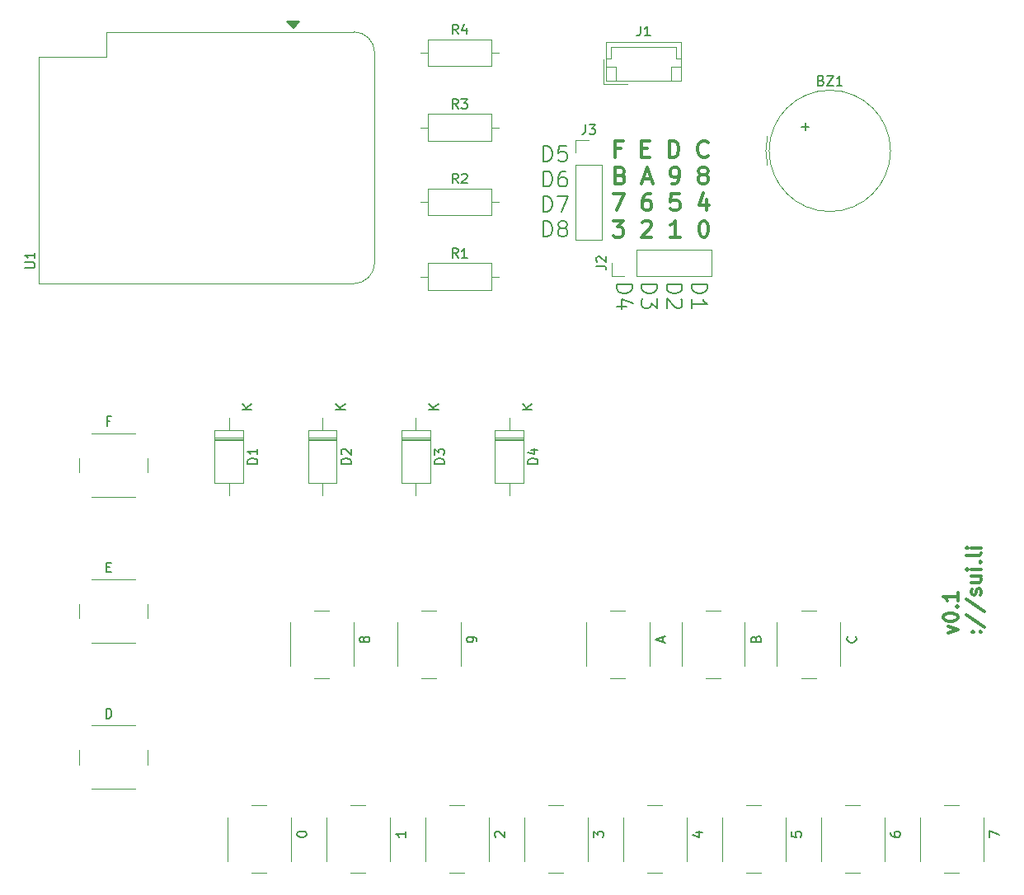
<source format=gbr>
%TF.GenerationSoftware,KiCad,Pcbnew,(6.0.2)*%
%TF.CreationDate,2023-04-06T18:34:50+02:00*%
%TF.ProjectId,piano,7069616e-6f2e-46b6-9963-61645f706362,rev?*%
%TF.SameCoordinates,Original*%
%TF.FileFunction,Legend,Top*%
%TF.FilePolarity,Positive*%
%FSLAX46Y46*%
G04 Gerber Fmt 4.6, Leading zero omitted, Abs format (unit mm)*
G04 Created by KiCad (PCBNEW (6.0.2)) date 2023-04-06 18:34:50*
%MOMM*%
%LPD*%
G01*
G04 APERTURE LIST*
%ADD10C,0.150000*%
%ADD11C,0.300000*%
%ADD12C,0.120000*%
G04 APERTURE END LIST*
D10*
X181445047Y-47151809D02*
X181445047Y-45551809D01*
X181826000Y-45551809D01*
X182054571Y-45628000D01*
X182206952Y-45780380D01*
X182283142Y-45932761D01*
X182359333Y-46237523D01*
X182359333Y-46466095D01*
X182283142Y-46770857D01*
X182206952Y-46923238D01*
X182054571Y-47075619D01*
X181826000Y-47151809D01*
X181445047Y-47151809D01*
X183806952Y-45551809D02*
X183045047Y-45551809D01*
X182968857Y-46313714D01*
X183045047Y-46237523D01*
X183197428Y-46161333D01*
X183578380Y-46161333D01*
X183730761Y-46237523D01*
X183806952Y-46313714D01*
X183883142Y-46466095D01*
X183883142Y-46847047D01*
X183806952Y-46999428D01*
X183730761Y-47075619D01*
X183578380Y-47151809D01*
X183197428Y-47151809D01*
X183045047Y-47075619D01*
X182968857Y-46999428D01*
X181445047Y-49727809D02*
X181445047Y-48127809D01*
X181826000Y-48127809D01*
X182054571Y-48204000D01*
X182206952Y-48356380D01*
X182283142Y-48508761D01*
X182359333Y-48813523D01*
X182359333Y-49042095D01*
X182283142Y-49346857D01*
X182206952Y-49499238D01*
X182054571Y-49651619D01*
X181826000Y-49727809D01*
X181445047Y-49727809D01*
X183730761Y-48127809D02*
X183426000Y-48127809D01*
X183273619Y-48204000D01*
X183197428Y-48280190D01*
X183045047Y-48508761D01*
X182968857Y-48813523D01*
X182968857Y-49423047D01*
X183045047Y-49575428D01*
X183121238Y-49651619D01*
X183273619Y-49727809D01*
X183578380Y-49727809D01*
X183730761Y-49651619D01*
X183806952Y-49575428D01*
X183883142Y-49423047D01*
X183883142Y-49042095D01*
X183806952Y-48889714D01*
X183730761Y-48813523D01*
X183578380Y-48737333D01*
X183273619Y-48737333D01*
X183121238Y-48813523D01*
X183045047Y-48889714D01*
X182968857Y-49042095D01*
X181445047Y-52303809D02*
X181445047Y-50703809D01*
X181826000Y-50703809D01*
X182054571Y-50780000D01*
X182206952Y-50932380D01*
X182283142Y-51084761D01*
X182359333Y-51389523D01*
X182359333Y-51618095D01*
X182283142Y-51922857D01*
X182206952Y-52075238D01*
X182054571Y-52227619D01*
X181826000Y-52303809D01*
X181445047Y-52303809D01*
X182892666Y-50703809D02*
X183959333Y-50703809D01*
X183273619Y-52303809D01*
X181445047Y-54879809D02*
X181445047Y-53279809D01*
X181826000Y-53279809D01*
X182054571Y-53356000D01*
X182206952Y-53508380D01*
X182283142Y-53660761D01*
X182359333Y-53965523D01*
X182359333Y-54194095D01*
X182283142Y-54498857D01*
X182206952Y-54651238D01*
X182054571Y-54803619D01*
X181826000Y-54879809D01*
X181445047Y-54879809D01*
X183273619Y-53965523D02*
X183121238Y-53889333D01*
X183045047Y-53813142D01*
X182968857Y-53660761D01*
X182968857Y-53584571D01*
X183045047Y-53432190D01*
X183121238Y-53356000D01*
X183273619Y-53279809D01*
X183578380Y-53279809D01*
X183730761Y-53356000D01*
X183806952Y-53432190D01*
X183883142Y-53584571D01*
X183883142Y-53660761D01*
X183806952Y-53813142D01*
X183730761Y-53889333D01*
X183578380Y-53965523D01*
X183273619Y-53965523D01*
X183121238Y-54041714D01*
X183045047Y-54117904D01*
X182968857Y-54270285D01*
X182968857Y-54575047D01*
X183045047Y-54727428D01*
X183121238Y-54803619D01*
X183273619Y-54879809D01*
X183578380Y-54879809D01*
X183730761Y-54803619D01*
X183806952Y-54727428D01*
X183883142Y-54575047D01*
X183883142Y-54270285D01*
X183806952Y-54117904D01*
X183730761Y-54041714D01*
X183578380Y-53965523D01*
X196688190Y-59779047D02*
X198288190Y-59779047D01*
X198288190Y-60160000D01*
X198212000Y-60388571D01*
X198059619Y-60540952D01*
X197907238Y-60617142D01*
X197602476Y-60693333D01*
X197373904Y-60693333D01*
X197069142Y-60617142D01*
X196916761Y-60540952D01*
X196764380Y-60388571D01*
X196688190Y-60160000D01*
X196688190Y-59779047D01*
X196688190Y-62217142D02*
X196688190Y-61302857D01*
X196688190Y-61760000D02*
X198288190Y-61760000D01*
X198059619Y-61607619D01*
X197907238Y-61455238D01*
X197831047Y-61302857D01*
X194112190Y-59779047D02*
X195712190Y-59779047D01*
X195712190Y-60160000D01*
X195636000Y-60388571D01*
X195483619Y-60540952D01*
X195331238Y-60617142D01*
X195026476Y-60693333D01*
X194797904Y-60693333D01*
X194493142Y-60617142D01*
X194340761Y-60540952D01*
X194188380Y-60388571D01*
X194112190Y-60160000D01*
X194112190Y-59779047D01*
X195559809Y-61302857D02*
X195636000Y-61379047D01*
X195712190Y-61531428D01*
X195712190Y-61912380D01*
X195636000Y-62064761D01*
X195559809Y-62140952D01*
X195407428Y-62217142D01*
X195255047Y-62217142D01*
X195026476Y-62140952D01*
X194112190Y-61226666D01*
X194112190Y-62217142D01*
X191536190Y-59779047D02*
X193136190Y-59779047D01*
X193136190Y-60160000D01*
X193060000Y-60388571D01*
X192907619Y-60540952D01*
X192755238Y-60617142D01*
X192450476Y-60693333D01*
X192221904Y-60693333D01*
X191917142Y-60617142D01*
X191764761Y-60540952D01*
X191612380Y-60388571D01*
X191536190Y-60160000D01*
X191536190Y-59779047D01*
X193136190Y-61226666D02*
X193136190Y-62217142D01*
X192526666Y-61683809D01*
X192526666Y-61912380D01*
X192450476Y-62064761D01*
X192374285Y-62140952D01*
X192221904Y-62217142D01*
X191840952Y-62217142D01*
X191688571Y-62140952D01*
X191612380Y-62064761D01*
X191536190Y-61912380D01*
X191536190Y-61455238D01*
X191612380Y-61302857D01*
X191688571Y-61226666D01*
X188960190Y-59779047D02*
X190560190Y-59779047D01*
X190560190Y-60160000D01*
X190484000Y-60388571D01*
X190331619Y-60540952D01*
X190179238Y-60617142D01*
X189874476Y-60693333D01*
X189645904Y-60693333D01*
X189341142Y-60617142D01*
X189188761Y-60540952D01*
X189036380Y-60388571D01*
X188960190Y-60160000D01*
X188960190Y-59779047D01*
X190026857Y-62064761D02*
X188960190Y-62064761D01*
X190636380Y-61683809D02*
X189493523Y-61302857D01*
X189493523Y-62293333D01*
D11*
X189378952Y-45811071D02*
X188812285Y-45811071D01*
X188812285Y-46701547D02*
X188812285Y-45001547D01*
X189621809Y-45001547D01*
X191564666Y-45811071D02*
X192131333Y-45811071D01*
X192374190Y-46701547D02*
X191564666Y-46701547D01*
X191564666Y-45001547D01*
X192374190Y-45001547D01*
X194398000Y-46701547D02*
X194398000Y-45001547D01*
X194802761Y-45001547D01*
X195045619Y-45082500D01*
X195207523Y-45244404D01*
X195288476Y-45406309D01*
X195369428Y-45730119D01*
X195369428Y-45972976D01*
X195288476Y-46296785D01*
X195207523Y-46458690D01*
X195045619Y-46620595D01*
X194802761Y-46701547D01*
X194398000Y-46701547D01*
X198364666Y-46539642D02*
X198283714Y-46620595D01*
X198040857Y-46701547D01*
X197878952Y-46701547D01*
X197636095Y-46620595D01*
X197474190Y-46458690D01*
X197393238Y-46296785D01*
X197312285Y-45972976D01*
X197312285Y-45730119D01*
X197393238Y-45406309D01*
X197474190Y-45244404D01*
X197636095Y-45082500D01*
X197878952Y-45001547D01*
X198040857Y-45001547D01*
X198283714Y-45082500D01*
X198364666Y-45163452D01*
X189378952Y-48548071D02*
X189621809Y-48629023D01*
X189702761Y-48709976D01*
X189783714Y-48871880D01*
X189783714Y-49114738D01*
X189702761Y-49276642D01*
X189621809Y-49357595D01*
X189459904Y-49438547D01*
X188812285Y-49438547D01*
X188812285Y-47738547D01*
X189378952Y-47738547D01*
X189540857Y-47819500D01*
X189621809Y-47900452D01*
X189702761Y-48062357D01*
X189702761Y-48224261D01*
X189621809Y-48386166D01*
X189540857Y-48467119D01*
X189378952Y-48548071D01*
X188812285Y-48548071D01*
X191726571Y-48952833D02*
X192536095Y-48952833D01*
X191564666Y-49438547D02*
X192131333Y-47738547D01*
X192698000Y-49438547D01*
X194640857Y-49438547D02*
X194964666Y-49438547D01*
X195126571Y-49357595D01*
X195207523Y-49276642D01*
X195369428Y-49033785D01*
X195450380Y-48709976D01*
X195450380Y-48062357D01*
X195369428Y-47900452D01*
X195288476Y-47819500D01*
X195126571Y-47738547D01*
X194802761Y-47738547D01*
X194640857Y-47819500D01*
X194559904Y-47900452D01*
X194478952Y-48062357D01*
X194478952Y-48467119D01*
X194559904Y-48629023D01*
X194640857Y-48709976D01*
X194802761Y-48790928D01*
X195126571Y-48790928D01*
X195288476Y-48709976D01*
X195369428Y-48629023D01*
X195450380Y-48467119D01*
X197717047Y-48467119D02*
X197555142Y-48386166D01*
X197474190Y-48305214D01*
X197393238Y-48143309D01*
X197393238Y-48062357D01*
X197474190Y-47900452D01*
X197555142Y-47819500D01*
X197717047Y-47738547D01*
X198040857Y-47738547D01*
X198202761Y-47819500D01*
X198283714Y-47900452D01*
X198364666Y-48062357D01*
X198364666Y-48143309D01*
X198283714Y-48305214D01*
X198202761Y-48386166D01*
X198040857Y-48467119D01*
X197717047Y-48467119D01*
X197555142Y-48548071D01*
X197474190Y-48629023D01*
X197393238Y-48790928D01*
X197393238Y-49114738D01*
X197474190Y-49276642D01*
X197555142Y-49357595D01*
X197717047Y-49438547D01*
X198040857Y-49438547D01*
X198202761Y-49357595D01*
X198283714Y-49276642D01*
X198364666Y-49114738D01*
X198364666Y-48790928D01*
X198283714Y-48629023D01*
X198202761Y-48548071D01*
X198040857Y-48467119D01*
X188609904Y-50475547D02*
X189743238Y-50475547D01*
X189014666Y-52175547D01*
X192414666Y-50475547D02*
X192090857Y-50475547D01*
X191928952Y-50556500D01*
X191848000Y-50637452D01*
X191686095Y-50880309D01*
X191605142Y-51204119D01*
X191605142Y-51851738D01*
X191686095Y-52013642D01*
X191767047Y-52094595D01*
X191928952Y-52175547D01*
X192252761Y-52175547D01*
X192414666Y-52094595D01*
X192495619Y-52013642D01*
X192576571Y-51851738D01*
X192576571Y-51446976D01*
X192495619Y-51285071D01*
X192414666Y-51204119D01*
X192252761Y-51123166D01*
X191928952Y-51123166D01*
X191767047Y-51204119D01*
X191686095Y-51285071D01*
X191605142Y-51446976D01*
X195409904Y-50475547D02*
X194600380Y-50475547D01*
X194519428Y-51285071D01*
X194600380Y-51204119D01*
X194762285Y-51123166D01*
X195167047Y-51123166D01*
X195328952Y-51204119D01*
X195409904Y-51285071D01*
X195490857Y-51446976D01*
X195490857Y-51851738D01*
X195409904Y-52013642D01*
X195328952Y-52094595D01*
X195167047Y-52175547D01*
X194762285Y-52175547D01*
X194600380Y-52094595D01*
X194519428Y-52013642D01*
X198243238Y-51042214D02*
X198243238Y-52175547D01*
X197838476Y-50394595D02*
X197433714Y-51608880D01*
X198486095Y-51608880D01*
X188609904Y-53212547D02*
X189662285Y-53212547D01*
X189095619Y-53860166D01*
X189338476Y-53860166D01*
X189500380Y-53941119D01*
X189581333Y-54022071D01*
X189662285Y-54183976D01*
X189662285Y-54588738D01*
X189581333Y-54750642D01*
X189500380Y-54831595D01*
X189338476Y-54912547D01*
X188852761Y-54912547D01*
X188690857Y-54831595D01*
X188609904Y-54750642D01*
X191605142Y-53374452D02*
X191686095Y-53293500D01*
X191848000Y-53212547D01*
X192252761Y-53212547D01*
X192414666Y-53293500D01*
X192495619Y-53374452D01*
X192576571Y-53536357D01*
X192576571Y-53698261D01*
X192495619Y-53941119D01*
X191524190Y-54912547D01*
X192576571Y-54912547D01*
X195490857Y-54912547D02*
X194519428Y-54912547D01*
X195005142Y-54912547D02*
X195005142Y-53212547D01*
X194843238Y-53455404D01*
X194681333Y-53617309D01*
X194519428Y-53698261D01*
X197838476Y-53212547D02*
X198000380Y-53212547D01*
X198162285Y-53293500D01*
X198243238Y-53374452D01*
X198324190Y-53536357D01*
X198405142Y-53860166D01*
X198405142Y-54264928D01*
X198324190Y-54588738D01*
X198243238Y-54750642D01*
X198162285Y-54831595D01*
X198000380Y-54912547D01*
X197838476Y-54912547D01*
X197676571Y-54831595D01*
X197595619Y-54750642D01*
X197514666Y-54588738D01*
X197433714Y-54264928D01*
X197433714Y-53860166D01*
X197514666Y-53536357D01*
X197595619Y-53374452D01*
X197676571Y-53293500D01*
X197838476Y-53212547D01*
X223007071Y-95602714D02*
X224007071Y-95245571D01*
X223007071Y-94888428D01*
X222507071Y-94031285D02*
X222507071Y-93888428D01*
X222578500Y-93745571D01*
X222649928Y-93674142D01*
X222792785Y-93602714D01*
X223078500Y-93531285D01*
X223435642Y-93531285D01*
X223721357Y-93602714D01*
X223864214Y-93674142D01*
X223935642Y-93745571D01*
X224007071Y-93888428D01*
X224007071Y-94031285D01*
X223935642Y-94174142D01*
X223864214Y-94245571D01*
X223721357Y-94317000D01*
X223435642Y-94388428D01*
X223078500Y-94388428D01*
X222792785Y-94317000D01*
X222649928Y-94245571D01*
X222578500Y-94174142D01*
X222507071Y-94031285D01*
X223864214Y-92888428D02*
X223935642Y-92817000D01*
X224007071Y-92888428D01*
X223935642Y-92959857D01*
X223864214Y-92888428D01*
X224007071Y-92888428D01*
X224007071Y-91388428D02*
X224007071Y-92245571D01*
X224007071Y-91817000D02*
X222507071Y-91817000D01*
X222721357Y-91959857D01*
X222864214Y-92102714D01*
X222935642Y-92245571D01*
X226279214Y-95459857D02*
X226350642Y-95388428D01*
X226422071Y-95459857D01*
X226350642Y-95531285D01*
X226279214Y-95459857D01*
X226422071Y-95459857D01*
X225493500Y-95459857D02*
X225564928Y-95388428D01*
X225636357Y-95459857D01*
X225564928Y-95531285D01*
X225493500Y-95459857D01*
X225636357Y-95459857D01*
X224850642Y-93674142D02*
X226779214Y-94959857D01*
X224850642Y-92102714D02*
X226779214Y-93388428D01*
X226350642Y-91674142D02*
X226422071Y-91531285D01*
X226422071Y-91245571D01*
X226350642Y-91102714D01*
X226207785Y-91031285D01*
X226136357Y-91031285D01*
X225993500Y-91102714D01*
X225922071Y-91245571D01*
X225922071Y-91459857D01*
X225850642Y-91602714D01*
X225707785Y-91674142D01*
X225636357Y-91674142D01*
X225493500Y-91602714D01*
X225422071Y-91459857D01*
X225422071Y-91245571D01*
X225493500Y-91102714D01*
X225422071Y-89745571D02*
X226422071Y-89745571D01*
X225422071Y-90388428D02*
X226207785Y-90388428D01*
X226350642Y-90317000D01*
X226422071Y-90174142D01*
X226422071Y-89959857D01*
X226350642Y-89817000D01*
X226279214Y-89745571D01*
X226422071Y-89031285D02*
X225422071Y-89031285D01*
X224922071Y-89031285D02*
X224993500Y-89102714D01*
X225064928Y-89031285D01*
X224993500Y-88959857D01*
X224922071Y-89031285D01*
X225064928Y-89031285D01*
X226279214Y-88317000D02*
X226350642Y-88245571D01*
X226422071Y-88317000D01*
X226350642Y-88388428D01*
X226279214Y-88317000D01*
X226422071Y-88317000D01*
X226422071Y-87388428D02*
X226350642Y-87531285D01*
X226207785Y-87602714D01*
X224922071Y-87602714D01*
X226422071Y-86817000D02*
X225422071Y-86817000D01*
X224922071Y-86817000D02*
X224993500Y-86888428D01*
X225064928Y-86817000D01*
X224993500Y-86745571D01*
X224922071Y-86817000D01*
X225064928Y-86817000D01*
D10*
%TO.C,D1*%
X152085712Y-78198095D02*
X151085712Y-78198095D01*
X151085712Y-77960000D01*
X151133332Y-77817142D01*
X151228570Y-77721904D01*
X151323808Y-77674285D01*
X151514284Y-77626666D01*
X151657141Y-77626666D01*
X151847617Y-77674285D01*
X151942855Y-77721904D01*
X152038093Y-77817142D01*
X152085712Y-77960000D01*
X152085712Y-78198095D01*
X152085712Y-76674285D02*
X152085712Y-77245714D01*
X152085712Y-76960000D02*
X151085712Y-76960000D01*
X151228570Y-77055238D01*
X151323808Y-77150476D01*
X151371427Y-77245714D01*
X151515712Y-72641904D02*
X150515712Y-72641904D01*
X151515712Y-72070476D02*
X150944284Y-72499047D01*
X150515712Y-72070476D02*
X151087141Y-72641904D01*
%TO.C,R1*%
X172686432Y-57052380D02*
X172353099Y-56576190D01*
X172115003Y-57052380D02*
X172115003Y-56052380D01*
X172495956Y-56052380D01*
X172591194Y-56100000D01*
X172638813Y-56147619D01*
X172686432Y-56242857D01*
X172686432Y-56385714D01*
X172638813Y-56480952D01*
X172591194Y-56528571D01*
X172495956Y-56576190D01*
X172115003Y-56576190D01*
X173638813Y-57052380D02*
X173067384Y-57052380D01*
X173353099Y-57052380D02*
X173353099Y-56052380D01*
X173257860Y-56195238D01*
X173162622Y-56290476D01*
X173067384Y-56338095D01*
%TO.C,SW9*%
X163020952Y-96345238D02*
X162973333Y-96440476D01*
X162925714Y-96488095D01*
X162830476Y-96535714D01*
X162782857Y-96535714D01*
X162687619Y-96488095D01*
X162640000Y-96440476D01*
X162592380Y-96345238D01*
X162592380Y-96154761D01*
X162640000Y-96059523D01*
X162687619Y-96011904D01*
X162782857Y-95964285D01*
X162830476Y-95964285D01*
X162925714Y-96011904D01*
X162973333Y-96059523D01*
X163020952Y-96154761D01*
X163020952Y-96345238D01*
X163068571Y-96440476D01*
X163116190Y-96488095D01*
X163211428Y-96535714D01*
X163401904Y-96535714D01*
X163497142Y-96488095D01*
X163544761Y-96440476D01*
X163592380Y-96345238D01*
X163592380Y-96154761D01*
X163544761Y-96059523D01*
X163497142Y-96011904D01*
X163401904Y-95964285D01*
X163211428Y-95964285D01*
X163116190Y-96011904D01*
X163068571Y-96059523D01*
X163020952Y-96154761D01*
%TO.C,D2*%
X161681268Y-78198095D02*
X160681268Y-78198095D01*
X160681268Y-77960000D01*
X160728888Y-77817142D01*
X160824126Y-77721904D01*
X160919364Y-77674285D01*
X161109840Y-77626666D01*
X161252697Y-77626666D01*
X161443173Y-77674285D01*
X161538411Y-77721904D01*
X161633649Y-77817142D01*
X161681268Y-77960000D01*
X161681268Y-78198095D01*
X160776507Y-77245714D02*
X160728888Y-77198095D01*
X160681268Y-77102857D01*
X160681268Y-76864761D01*
X160728888Y-76769523D01*
X160776507Y-76721904D01*
X160871745Y-76674285D01*
X160966983Y-76674285D01*
X161109840Y-76721904D01*
X161681268Y-77293333D01*
X161681268Y-76674285D01*
X161111268Y-72641904D02*
X160111268Y-72641904D01*
X161111268Y-72070476D02*
X160539840Y-72499047D01*
X160111268Y-72070476D02*
X160682697Y-72641904D01*
%TO.C,J3*%
X185766849Y-43357552D02*
X185766849Y-44071838D01*
X185719230Y-44214695D01*
X185623992Y-44309933D01*
X185481135Y-44357552D01*
X185385897Y-44357552D01*
X186147802Y-43357552D02*
X186766849Y-43357552D01*
X186433516Y-43738505D01*
X186576373Y-43738505D01*
X186671611Y-43786124D01*
X186719230Y-43833743D01*
X186766849Y-43928981D01*
X186766849Y-44167076D01*
X186719230Y-44262314D01*
X186671611Y-44309933D01*
X186576373Y-44357552D01*
X186290659Y-44357552D01*
X186195421Y-44309933D01*
X186147802Y-44262314D01*
%TO.C,SW2*%
X167312380Y-115964285D02*
X167312380Y-116535714D01*
X167312380Y-116250000D02*
X166312380Y-116250000D01*
X166455238Y-116345238D01*
X166550476Y-116440476D01*
X166598095Y-116535714D01*
%TO.C,SW11*%
X193696666Y-96488095D02*
X193696666Y-96011904D01*
X193982380Y-96583333D02*
X192982380Y-96250000D01*
X193982380Y-95916666D01*
%TO.C,D4*%
X180872380Y-78198095D02*
X179872380Y-78198095D01*
X179872380Y-77960000D01*
X179920000Y-77817142D01*
X180015238Y-77721904D01*
X180110476Y-77674285D01*
X180300952Y-77626666D01*
X180443809Y-77626666D01*
X180634285Y-77674285D01*
X180729523Y-77721904D01*
X180824761Y-77817142D01*
X180872380Y-77960000D01*
X180872380Y-78198095D01*
X180205714Y-76769523D02*
X180872380Y-76769523D01*
X179824761Y-77007619D02*
X180539047Y-77245714D01*
X180539047Y-76626666D01*
X180302380Y-72641904D02*
X179302380Y-72641904D01*
X180302380Y-72070476D02*
X179730952Y-72499047D01*
X179302380Y-72070476D02*
X179873809Y-72641904D01*
%TO.C,*%
%TO.C,U1*%
X128232380Y-58086904D02*
X129041904Y-58086904D01*
X129137142Y-58039285D01*
X129184761Y-57991666D01*
X129232380Y-57896428D01*
X129232380Y-57705952D01*
X129184761Y-57610714D01*
X129137142Y-57563095D01*
X129041904Y-57515476D01*
X128232380Y-57515476D01*
X129232380Y-56515476D02*
X129232380Y-57086904D01*
X129232380Y-56801190D02*
X128232380Y-56801190D01*
X128375238Y-56896428D01*
X128470476Y-56991666D01*
X128518095Y-57086904D01*
%TO.C,J1*%
X191416666Y-33228380D02*
X191416666Y-33942666D01*
X191369047Y-34085523D01*
X191273809Y-34180761D01*
X191130952Y-34228380D01*
X191035714Y-34228380D01*
X192416666Y-34228380D02*
X191845238Y-34228380D01*
X192130952Y-34228380D02*
X192130952Y-33228380D01*
X192035714Y-33371238D01*
X191940476Y-33466476D01*
X191845238Y-33514095D01*
%TO.C,R4*%
X172686432Y-34059046D02*
X172353099Y-33582856D01*
X172115003Y-34059046D02*
X172115003Y-33059046D01*
X172495956Y-33059046D01*
X172591194Y-33106666D01*
X172638813Y-33154285D01*
X172686432Y-33249523D01*
X172686432Y-33392380D01*
X172638813Y-33487618D01*
X172591194Y-33535237D01*
X172495956Y-33582856D01*
X172115003Y-33582856D01*
X173543575Y-33392380D02*
X173543575Y-34059046D01*
X173305479Y-33011427D02*
X173067384Y-33725713D01*
X173686432Y-33725713D01*
%TO.C,*%
%TO.C,SW4*%
X186632380Y-116583333D02*
X186632380Y-115964285D01*
X187013333Y-116297619D01*
X187013333Y-116154761D01*
X187060952Y-116059523D01*
X187108571Y-116011904D01*
X187203809Y-115964285D01*
X187441904Y-115964285D01*
X187537142Y-116011904D01*
X187584761Y-116059523D01*
X187632380Y-116154761D01*
X187632380Y-116440476D01*
X187584761Y-116535714D01*
X187537142Y-116583333D01*
%TO.C,*%
%TO.C,SW6*%
X206952380Y-116011904D02*
X206952380Y-116488095D01*
X207428571Y-116535714D01*
X207380952Y-116488095D01*
X207333333Y-116392857D01*
X207333333Y-116154761D01*
X207380952Y-116059523D01*
X207428571Y-116011904D01*
X207523809Y-115964285D01*
X207761904Y-115964285D01*
X207857142Y-116011904D01*
X207904761Y-116059523D01*
X207952380Y-116154761D01*
X207952380Y-116392857D01*
X207904761Y-116488095D01*
X207857142Y-116535714D01*
%TO.C,R2*%
X172686432Y-49387934D02*
X172353099Y-48911744D01*
X172115003Y-49387934D02*
X172115003Y-48387934D01*
X172495956Y-48387934D01*
X172591194Y-48435554D01*
X172638813Y-48483173D01*
X172686432Y-48578411D01*
X172686432Y-48721268D01*
X172638813Y-48816506D01*
X172591194Y-48864125D01*
X172495956Y-48911744D01*
X172115003Y-48911744D01*
X173067384Y-48483173D02*
X173115003Y-48435554D01*
X173210241Y-48387934D01*
X173448337Y-48387934D01*
X173543575Y-48435554D01*
X173591194Y-48483173D01*
X173638813Y-48578411D01*
X173638813Y-48673649D01*
X173591194Y-48816506D01*
X173019765Y-49387934D01*
X173638813Y-49387934D01*
%TO.C,SW14*%
X136548095Y-104342380D02*
X136548095Y-103342380D01*
X136786190Y-103342380D01*
X136929047Y-103390000D01*
X137024285Y-103485238D01*
X137071904Y-103580476D01*
X137119523Y-103770952D01*
X137119523Y-103913809D01*
X137071904Y-104104285D01*
X137024285Y-104199523D01*
X136929047Y-104294761D01*
X136786190Y-104342380D01*
X136548095Y-104342380D01*
%TO.C,R3*%
X172686432Y-41723490D02*
X172353099Y-41247300D01*
X172115003Y-41723490D02*
X172115003Y-40723490D01*
X172495956Y-40723490D01*
X172591194Y-40771110D01*
X172638813Y-40818729D01*
X172686432Y-40913967D01*
X172686432Y-41056824D01*
X172638813Y-41152062D01*
X172591194Y-41199681D01*
X172495956Y-41247300D01*
X172115003Y-41247300D01*
X173019765Y-40723490D02*
X173638813Y-40723490D01*
X173305479Y-41104443D01*
X173448337Y-41104443D01*
X173543575Y-41152062D01*
X173591194Y-41199681D01*
X173638813Y-41294919D01*
X173638813Y-41533014D01*
X173591194Y-41628252D01*
X173543575Y-41675871D01*
X173448337Y-41723490D01*
X173162622Y-41723490D01*
X173067384Y-41675871D01*
X173019765Y-41628252D01*
%TO.C,SW7*%
X217112380Y-116059523D02*
X217112380Y-116250000D01*
X217160000Y-116345238D01*
X217207619Y-116392857D01*
X217350476Y-116488095D01*
X217540952Y-116535714D01*
X217921904Y-116535714D01*
X218017142Y-116488095D01*
X218064761Y-116440476D01*
X218112380Y-116345238D01*
X218112380Y-116154761D01*
X218064761Y-116059523D01*
X218017142Y-116011904D01*
X217921904Y-115964285D01*
X217683809Y-115964285D01*
X217588571Y-116011904D01*
X217540952Y-116059523D01*
X217493333Y-116154761D01*
X217493333Y-116345238D01*
X217540952Y-116440476D01*
X217588571Y-116488095D01*
X217683809Y-116535714D01*
%TO.C,SW8*%
X227272380Y-116583333D02*
X227272380Y-115916666D01*
X228272380Y-116345238D01*
%TO.C,SW3*%
X176567619Y-116535714D02*
X176520000Y-116488095D01*
X176472380Y-116392857D01*
X176472380Y-116154761D01*
X176520000Y-116059523D01*
X176567619Y-116011904D01*
X176662857Y-115964285D01*
X176758095Y-115964285D01*
X176900952Y-116011904D01*
X177472380Y-116583333D01*
X177472380Y-115964285D01*
%TO.C,SW16*%
X136952857Y-73818571D02*
X136619523Y-73818571D01*
X136619523Y-74342380D02*
X136619523Y-73342380D01*
X137095714Y-73342380D01*
%TO.C,SW12*%
X203268571Y-96178571D02*
X203316190Y-96035714D01*
X203363809Y-95988095D01*
X203459047Y-95940476D01*
X203601904Y-95940476D01*
X203697142Y-95988095D01*
X203744761Y-96035714D01*
X203792380Y-96130952D01*
X203792380Y-96511904D01*
X202792380Y-96511904D01*
X202792380Y-96178571D01*
X202840000Y-96083333D01*
X202887619Y-96035714D01*
X202982857Y-95988095D01*
X203078095Y-95988095D01*
X203173333Y-96035714D01*
X203220952Y-96083333D01*
X203268571Y-96178571D01*
X203268571Y-96511904D01*
%TO.C,D3*%
X171276824Y-78198095D02*
X170276824Y-78198095D01*
X170276824Y-77960000D01*
X170324444Y-77817142D01*
X170419682Y-77721904D01*
X170514920Y-77674285D01*
X170705396Y-77626666D01*
X170848253Y-77626666D01*
X171038729Y-77674285D01*
X171133967Y-77721904D01*
X171229205Y-77817142D01*
X171276824Y-77960000D01*
X171276824Y-78198095D01*
X170276824Y-77293333D02*
X170276824Y-76674285D01*
X170657777Y-77007619D01*
X170657777Y-76864761D01*
X170705396Y-76769523D01*
X170753015Y-76721904D01*
X170848253Y-76674285D01*
X171086348Y-76674285D01*
X171181586Y-76721904D01*
X171229205Y-76769523D01*
X171276824Y-76864761D01*
X171276824Y-77150476D01*
X171229205Y-77245714D01*
X171181586Y-77293333D01*
X170706824Y-72641904D02*
X169706824Y-72641904D01*
X170706824Y-72070476D02*
X170135396Y-72499047D01*
X169706824Y-72070476D02*
X170278253Y-72641904D01*
%TO.C,SW5*%
X197125714Y-116059523D02*
X197792380Y-116059523D01*
X196744761Y-116297619D02*
X197459047Y-116535714D01*
X197459047Y-115916666D01*
%TO.C,SW10*%
X174602380Y-96440476D02*
X174602380Y-96250000D01*
X174554761Y-96154761D01*
X174507142Y-96107142D01*
X174364285Y-96011904D01*
X174173809Y-95964285D01*
X173792857Y-95964285D01*
X173697619Y-96011904D01*
X173650000Y-96059523D01*
X173602380Y-96154761D01*
X173602380Y-96345238D01*
X173650000Y-96440476D01*
X173697619Y-96488095D01*
X173792857Y-96535714D01*
X174030952Y-96535714D01*
X174126190Y-96488095D01*
X174173809Y-96440476D01*
X174221428Y-96345238D01*
X174221428Y-96154761D01*
X174173809Y-96059523D01*
X174126190Y-96011904D01*
X174030952Y-95964285D01*
%TO.C,SW13*%
X213507142Y-95940476D02*
X213554761Y-95988095D01*
X213602380Y-96130952D01*
X213602380Y-96226190D01*
X213554761Y-96369047D01*
X213459523Y-96464285D01*
X213364285Y-96511904D01*
X213173809Y-96559523D01*
X213030952Y-96559523D01*
X212840476Y-96511904D01*
X212745238Y-96464285D01*
X212650000Y-96369047D01*
X212602380Y-96226190D01*
X212602380Y-96130952D01*
X212650000Y-95988095D01*
X212697619Y-95940476D01*
%TO.C,SW15*%
X136595714Y-88818571D02*
X136929047Y-88818571D01*
X137071904Y-89342380D02*
X136595714Y-89342380D01*
X136595714Y-88342380D01*
X137071904Y-88342380D01*
%TO.C,J2*%
X186892380Y-57883333D02*
X187606666Y-57883333D01*
X187749523Y-57930952D01*
X187844761Y-58026190D01*
X187892380Y-58169047D01*
X187892380Y-58264285D01*
X186987619Y-57454761D02*
X186940000Y-57407142D01*
X186892380Y-57311904D01*
X186892380Y-57073809D01*
X186940000Y-56978571D01*
X186987619Y-56930952D01*
X187082857Y-56883333D01*
X187178095Y-56883333D01*
X187320952Y-56930952D01*
X187892380Y-57502380D01*
X187892380Y-56883333D01*
%TO.C,BZ1*%
X209989047Y-38808571D02*
X210131904Y-38856190D01*
X210179523Y-38903809D01*
X210227142Y-38999047D01*
X210227142Y-39141904D01*
X210179523Y-39237142D01*
X210131904Y-39284761D01*
X210036666Y-39332380D01*
X209655714Y-39332380D01*
X209655714Y-38332380D01*
X209989047Y-38332380D01*
X210084285Y-38380000D01*
X210131904Y-38427619D01*
X210179523Y-38522857D01*
X210179523Y-38618095D01*
X210131904Y-38713333D01*
X210084285Y-38760952D01*
X209989047Y-38808571D01*
X209655714Y-38808571D01*
X210560476Y-38332380D02*
X211227142Y-38332380D01*
X210560476Y-39332380D01*
X211227142Y-39332380D01*
X212131904Y-39332380D02*
X211560476Y-39332380D01*
X211846190Y-39332380D02*
X211846190Y-38332380D01*
X211750952Y-38475238D01*
X211655714Y-38570476D01*
X211560476Y-38618095D01*
X207979047Y-43581428D02*
X208740952Y-43581428D01*
X208360000Y-43962380D02*
X208360000Y-43200476D01*
%TO.C,SW1*%
X156152380Y-116297619D02*
X156152380Y-116202380D01*
X156200000Y-116107142D01*
X156247619Y-116059523D01*
X156342857Y-116011904D01*
X156533333Y-115964285D01*
X156771428Y-115964285D01*
X156961904Y-116011904D01*
X157057142Y-116059523D01*
X157104761Y-116107142D01*
X157152380Y-116202380D01*
X157152380Y-116297619D01*
X157104761Y-116392857D01*
X157057142Y-116440476D01*
X156961904Y-116488095D01*
X156771428Y-116535714D01*
X156533333Y-116535714D01*
X156342857Y-116488095D01*
X156247619Y-116440476D01*
X156200000Y-116392857D01*
X156152380Y-116297619D01*
D12*
%TO.C,D1*%
X150633332Y-74740000D02*
X147693332Y-74740000D01*
X150633332Y-80180000D02*
X150633332Y-74740000D01*
X149163332Y-73520000D02*
X149163332Y-74740000D01*
X150633332Y-75760000D02*
X147693332Y-75760000D01*
X147693332Y-80180000D02*
X150633332Y-80180000D01*
X150633332Y-75640000D02*
X147693332Y-75640000D01*
X150633332Y-75520000D02*
X147693332Y-75520000D01*
X149163332Y-81400000D02*
X149163332Y-80180000D01*
X147693332Y-74740000D02*
X147693332Y-80180000D01*
%TO.C,R1*%
X176123099Y-60340000D02*
X176123099Y-57600000D01*
X169583099Y-60340000D02*
X176123099Y-60340000D01*
X176893099Y-58970000D02*
X176123099Y-58970000D01*
X168813099Y-58970000D02*
X169583099Y-58970000D01*
X176123099Y-57600000D02*
X169583099Y-57600000D01*
X169583099Y-57600000D02*
X169583099Y-60340000D01*
%TO.C,SW9*%
X155440000Y-94500000D02*
X155440000Y-99000000D01*
X157940000Y-100250000D02*
X159440000Y-100250000D01*
X161940000Y-99000000D02*
X161940000Y-94500000D01*
X159440000Y-93250000D02*
X157940000Y-93250000D01*
%TO.C,D2*%
X160228888Y-74740000D02*
X157288888Y-74740000D01*
X158758888Y-73520000D02*
X158758888Y-74740000D01*
X160228888Y-75640000D02*
X157288888Y-75640000D01*
X160228888Y-80180000D02*
X160228888Y-74740000D01*
X158758888Y-81400000D02*
X158758888Y-80180000D01*
X157288888Y-80180000D02*
X160228888Y-80180000D01*
X160228888Y-75760000D02*
X157288888Y-75760000D01*
X157288888Y-74740000D02*
X157288888Y-80180000D01*
X160228888Y-75520000D02*
X157288888Y-75520000D01*
%TO.C,J3*%
X184770183Y-47505172D02*
X184770183Y-55185172D01*
X187430183Y-47505172D02*
X187430183Y-55185172D01*
X184770183Y-44905172D02*
X186100183Y-44905172D01*
X184770183Y-47505172D02*
X187430183Y-47505172D01*
X184770183Y-46235172D02*
X184770183Y-44905172D01*
X184770183Y-55185172D02*
X187430183Y-55185172D01*
%TO.C,SW2*%
X161660000Y-120250000D02*
X163160000Y-120250000D01*
X165660000Y-119000000D02*
X165660000Y-114500000D01*
X163160000Y-113250000D02*
X161660000Y-113250000D01*
X159160000Y-114500000D02*
X159160000Y-119000000D01*
%TO.C,SW11*%
X192330000Y-99000000D02*
X192330000Y-94500000D01*
X185830000Y-94500000D02*
X185830000Y-99000000D01*
X188330000Y-100250000D02*
X189830000Y-100250000D01*
X189830000Y-93250000D02*
X188330000Y-93250000D01*
%TO.C,D4*%
X179420000Y-75640000D02*
X176480000Y-75640000D01*
X177950000Y-81400000D02*
X177950000Y-80180000D01*
X179420000Y-75520000D02*
X176480000Y-75520000D01*
X177950000Y-73520000D02*
X177950000Y-74740000D01*
X179420000Y-74740000D02*
X176480000Y-74740000D01*
X176480000Y-74740000D02*
X176480000Y-80180000D01*
X179420000Y-80180000D02*
X179420000Y-74740000D01*
X179420000Y-75760000D02*
X176480000Y-75760000D01*
X176480000Y-80180000D02*
X179420000Y-80180000D01*
%TO.C,U1*%
X136560000Y-33825000D02*
X161990000Y-33825000D01*
X136560000Y-36365000D02*
X129660000Y-36365000D01*
X129660000Y-59685000D02*
X161990000Y-59685000D01*
X129660000Y-36365000D02*
X129660000Y-59685000D01*
X164120000Y-57565000D02*
X164120000Y-35955000D01*
X136560000Y-33825000D02*
X136560000Y-36365000D01*
X161990000Y-59685000D02*
G75*
G03*
X164120000Y-57555000I-2J2130002D01*
G01*
X164120000Y-35955000D02*
G75*
G03*
X161990000Y-33825000I-2130002J-2D01*
G01*
D10*
X156415000Y-32785000D02*
X155145000Y-32785000D01*
X155145000Y-32785000D02*
X155780000Y-33420000D01*
X155780000Y-33420000D02*
X156415000Y-32785000D01*
G36*
X155780000Y-33420000D02*
G01*
X155145000Y-32785000D01*
X156415000Y-32785000D01*
X155780000Y-33420000D01*
G37*
X155780000Y-33420000D02*
X155145000Y-32785000D01*
X156415000Y-32785000D01*
X155780000Y-33420000D01*
D12*
%TO.C,J1*%
X195110000Y-36576000D02*
X195610000Y-36576000D01*
X195110000Y-35366000D02*
X195110000Y-36576000D01*
X195610000Y-38886000D02*
X195610000Y-34866000D01*
X187890000Y-36576000D02*
X188390000Y-36576000D01*
X187890000Y-37386000D02*
X188890000Y-37386000D01*
X187890000Y-34866000D02*
X187890000Y-38886000D01*
X187590000Y-36686000D02*
X187590000Y-39186000D01*
X188390000Y-36576000D02*
X188390000Y-35366000D01*
X194610000Y-37386000D02*
X194610000Y-38886000D01*
X188390000Y-35366000D02*
X195110000Y-35366000D01*
X187590000Y-39186000D02*
X190090000Y-39186000D01*
X195610000Y-37386000D02*
X194610000Y-37386000D01*
X187890000Y-38886000D02*
X195610000Y-38886000D01*
X195610000Y-34866000D02*
X187890000Y-34866000D01*
X188890000Y-37386000D02*
X188890000Y-38886000D01*
%TO.C,R4*%
X168813099Y-35976666D02*
X169583099Y-35976666D01*
X176893099Y-35976666D02*
X176123099Y-35976666D01*
X169583099Y-34606666D02*
X169583099Y-37346666D01*
X176123099Y-34606666D02*
X169583099Y-34606666D01*
X169583099Y-37346666D02*
X176123099Y-37346666D01*
X176123099Y-37346666D02*
X176123099Y-34606666D01*
%TO.C,SW4*%
X181980000Y-120250000D02*
X183480000Y-120250000D01*
X183480000Y-113250000D02*
X181980000Y-113250000D01*
X179480000Y-114500000D02*
X179480000Y-119000000D01*
X185980000Y-119000000D02*
X185980000Y-114500000D01*
%TO.C,SW6*%
X199800000Y-114500000D02*
X199800000Y-119000000D01*
X202300000Y-120250000D02*
X203800000Y-120250000D01*
X203800000Y-113250000D02*
X202300000Y-113250000D01*
X206300000Y-119000000D02*
X206300000Y-114500000D01*
%TO.C,R2*%
X168813099Y-51305554D02*
X169583099Y-51305554D01*
X176123099Y-49935554D02*
X169583099Y-49935554D01*
X169583099Y-49935554D02*
X169583099Y-52675554D01*
X176123099Y-52675554D02*
X176123099Y-49935554D01*
X169583099Y-52675554D02*
X176123099Y-52675554D01*
X176893099Y-51305554D02*
X176123099Y-51305554D01*
%TO.C,SW14*%
X133810000Y-107590000D02*
X133810000Y-109090000D01*
X139560000Y-105090000D02*
X135060000Y-105090000D01*
X135060000Y-111590000D02*
X139560000Y-111590000D01*
X140810000Y-109090000D02*
X140810000Y-107590000D01*
%TO.C,R3*%
X176893099Y-43641110D02*
X176123099Y-43641110D01*
X176123099Y-45011110D02*
X176123099Y-42271110D01*
X168813099Y-43641110D02*
X169583099Y-43641110D01*
X169583099Y-45011110D02*
X176123099Y-45011110D01*
X169583099Y-42271110D02*
X169583099Y-45011110D01*
X176123099Y-42271110D02*
X169583099Y-42271110D01*
%TO.C,SW7*%
X212460000Y-120250000D02*
X213960000Y-120250000D01*
X216460000Y-119000000D02*
X216460000Y-114500000D01*
X209960000Y-114500000D02*
X209960000Y-119000000D01*
X213960000Y-113250000D02*
X212460000Y-113250000D01*
%TO.C,SW8*%
X224120000Y-113250000D02*
X222620000Y-113250000D01*
X222620000Y-120250000D02*
X224120000Y-120250000D01*
X226620000Y-119000000D02*
X226620000Y-114500000D01*
X220120000Y-114500000D02*
X220120000Y-119000000D01*
%TO.C,SW3*%
X171820000Y-120250000D02*
X173320000Y-120250000D01*
X169320000Y-114500000D02*
X169320000Y-119000000D01*
X175820000Y-119000000D02*
X175820000Y-114500000D01*
X173320000Y-113250000D02*
X171820000Y-113250000D01*
%TO.C,SW16*%
X133810000Y-77590000D02*
X133810000Y-79090000D01*
X140810000Y-79090000D02*
X140810000Y-77590000D01*
X139560000Y-75090000D02*
X135060000Y-75090000D01*
X135060000Y-81590000D02*
X139560000Y-81590000D01*
%TO.C,SW12*%
X202140000Y-99000000D02*
X202140000Y-94500000D01*
X199640000Y-93250000D02*
X198140000Y-93250000D01*
X195640000Y-94500000D02*
X195640000Y-99000000D01*
X198140000Y-100250000D02*
X199640000Y-100250000D01*
%TO.C,D3*%
X169824444Y-75520000D02*
X166884444Y-75520000D01*
X169824444Y-80180000D02*
X169824444Y-74740000D01*
X168354444Y-81400000D02*
X168354444Y-80180000D01*
X169824444Y-74740000D02*
X166884444Y-74740000D01*
X166884444Y-74740000D02*
X166884444Y-80180000D01*
X169824444Y-75640000D02*
X166884444Y-75640000D01*
X169824444Y-75760000D02*
X166884444Y-75760000D01*
X168354444Y-73520000D02*
X168354444Y-74740000D01*
X166884444Y-80180000D02*
X169824444Y-80180000D01*
%TO.C,SW5*%
X196140000Y-119000000D02*
X196140000Y-114500000D01*
X193640000Y-113250000D02*
X192140000Y-113250000D01*
X192140000Y-120250000D02*
X193640000Y-120250000D01*
X189640000Y-114500000D02*
X189640000Y-119000000D01*
%TO.C,SW10*%
X170450000Y-93250000D02*
X168950000Y-93250000D01*
X166450000Y-94500000D02*
X166450000Y-99000000D01*
X172950000Y-99000000D02*
X172950000Y-94500000D01*
X168950000Y-100250000D02*
X170450000Y-100250000D01*
%TO.C,SW13*%
X211950000Y-99000000D02*
X211950000Y-94500000D01*
X209450000Y-93250000D02*
X207950000Y-93250000D01*
X207950000Y-100250000D02*
X209450000Y-100250000D01*
X205450000Y-94500000D02*
X205450000Y-99000000D01*
%TO.C,SW15*%
X139560000Y-90090000D02*
X135060000Y-90090000D01*
X133810000Y-92590000D02*
X133810000Y-94090000D01*
X140810000Y-94090000D02*
X140810000Y-92590000D01*
X135060000Y-96590000D02*
X139560000Y-96590000D01*
%TO.C,J2*%
X198720000Y-58880000D02*
X198720000Y-56220000D01*
X191040000Y-58880000D02*
X198720000Y-58880000D01*
X191040000Y-58880000D02*
X191040000Y-56220000D01*
X188440000Y-58880000D02*
X188440000Y-57550000D01*
X191040000Y-56220000D02*
X198720000Y-56220000D01*
X189770000Y-58880000D02*
X188440000Y-58880000D01*
%TO.C,BZ1*%
X204470000Y-44550000D02*
G75*
G03*
X204470000Y-47549999I6400010J-1499999D01*
G01*
X217100000Y-46050000D02*
G75*
G03*
X217100000Y-46050000I-6230000J0D01*
G01*
%TO.C,SW1*%
X151500000Y-120250000D02*
X153000000Y-120250000D01*
X149000000Y-114500000D02*
X149000000Y-119000000D01*
X155500000Y-119000000D02*
X155500000Y-114500000D01*
X153000000Y-113250000D02*
X151500000Y-113250000D01*
%TD*%
M02*

</source>
